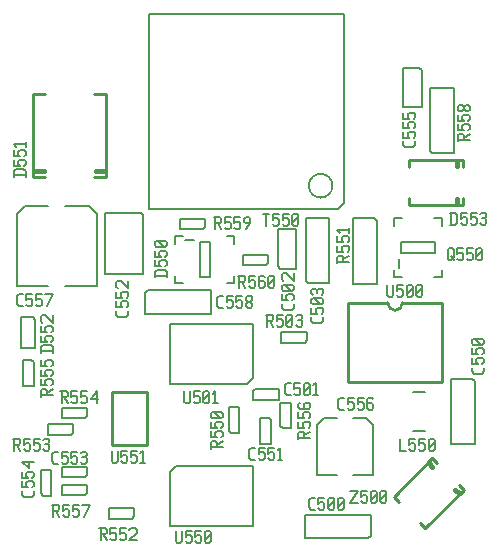
<source format=gto>
G04 start of page 8 for group -4079 idx -4079 *
G04 Title: roomunit-psu, topsilk *
G04 Creator: pcb 1.99z *
G04 CreationDate: tor 11 jun 2015 09:01:47 UTC *
G04 For: jonatan *
G04 Format: Gerber/RS-274X *
G04 PCB-Dimensions (mil): 2401.57 2401.57 *
G04 PCB-Coordinate-Origin: lower left *
%MOIN*%
%FSLAX25Y25*%
%LNTOPSILK*%
%ADD80C,0.0071*%
%ADD79C,0.0100*%
%ADD78C,0.0080*%
%ADD77C,0.0157*%
%ADD76C,0.0098*%
%ADD75C,0.0079*%
G54D75*X140551Y126046D02*X147638D01*
X140551D02*X139764Y126833D01*
Y147792D02*Y126833D01*
Y147792D02*X147638D01*
Y126046D01*
G54D76*X192126Y154331D02*Y151969D01*
G54D77*X190157Y153937D02*Y152362D01*
G54D76*X174016Y151969D02*X192126D01*
Y166929D02*Y164567D01*
G54D77*X190157Y166535D02*Y164961D01*
G54D76*X174016Y166929D02*X192126D01*
X174016Y154331D02*Y151969D01*
Y166929D02*Y164567D01*
G54D75*X171378Y139567D02*Y136024D01*
X182953D01*
Y139567D01*
X171378D01*
X185039Y127953D02*X182480D01*
X185039D02*Y130512D01*
Y147638D02*X182480D01*
X185039D02*Y145079D01*
X169291Y127953D02*X171850D01*
X169291D02*Y130512D01*
Y147638D02*X171850D01*
X169291D02*Y145079D01*
X170768Y134193D02*Y131161D01*
X131102Y130858D02*X136614D01*
X131102D02*X130315Y131646D01*
Y143945D02*Y131646D01*
Y143945D02*X136614D01*
Y130858D01*
X155512Y147576D02*X162598D01*
X163386Y146789D01*
Y125830D01*
X155512D02*X163386D01*
X155512Y147576D02*Y125830D01*
X188189Y94033D02*X195276D01*
X196063Y93246D01*
Y72287D01*
X188189D02*X196063D01*
X188189Y94033D02*Y72287D01*
X181890Y169353D02*X188976D01*
X181890D02*X181102Y170140D01*
Y191099D02*Y170140D01*
Y191099D02*X188976D01*
Y169353D01*
X172047Y197685D02*X177559D01*
X178346Y196898D01*
Y184598D01*
X172047D02*X178346D01*
X172047Y197685D02*Y184598D01*
G54D78*X175591Y76575D02*X179528Y76575D01*
X175591Y89567D02*X179528Y89567D01*
G54D75*X140098Y106890D02*Y109646D01*
Y106890D02*X139311Y106102D01*
X131594D02*X139311D01*
X131594D02*Y109646D01*
X140098D01*
G54D79*X153922Y119464D02*Y93134D01*
X185054D01*
Y119464D01*
X153922D02*X166988D01*
X185054D02*X171988D01*
X166988D02*G75*G03X171988Y119464I2500J0D01*G01*
G54D75*X45472Y100335D02*X48228D01*
X49016Y99547D01*
Y91831D01*
X45472D02*X49016D01*
X45472Y100335D02*Y91831D01*
X44882Y114650D02*X48819D01*
X49606Y113863D01*
Y104450D01*
X44882D02*X49606D01*
X44882Y114650D02*Y104450D01*
G54D76*X48819Y188976D02*Y161417D01*
Y188976D02*X52756D01*
X69291D02*X73228D01*
Y161417D01*
X48819D02*X52756D01*
X69291D02*X73228D01*
G54D77*X69685Y163386D02*X72835D01*
X49213D02*X52362D01*
G54D75*X66831Y84449D02*Y81693D01*
X66043Y80906D01*
X58327D02*X66043D01*
X58327Y84449D02*Y80906D01*
Y84449D02*X66831D01*
X70079Y124902D02*X59449D01*
X70079D02*Y148917D01*
X67323Y151673D01*
X59449D01*
X43307Y124902D02*X53937D01*
X43307D02*Y148917D01*
X46063Y151673D01*
X53937D01*
X66870Y64764D02*Y62008D01*
X66083Y61220D01*
X58366D02*X66083D01*
X58366Y64764D02*Y61220D01*
Y64764D02*X66870D01*
Y58858D02*Y56102D01*
X66083Y55315D01*
X58366D02*X66083D01*
X58366Y58858D02*Y55315D01*
Y58858D02*X66870D01*
X62146Y78937D02*Y76181D01*
X61358Y75394D01*
X53642D02*X61358D01*
X53642Y78937D02*Y75394D01*
Y78937D02*X62146D01*
X52165Y55177D02*X54921D01*
X52165D02*X51378Y55965D01*
Y63681D02*Y55965D01*
Y63681D02*X54921D01*
Y55177D01*
X104331Y139646D02*X107874D01*
X104331D02*Y128071D01*
X107874D01*
Y139646D02*Y128071D01*
X96260Y128543D02*Y125984D01*
X98819D01*
X115945Y128543D02*Y125984D01*
X113386D02*X115945D01*
X96260Y141732D02*Y139173D01*
Y141732D02*X98819D01*
X115945D02*Y139173D01*
X113386Y141732D02*X115945D01*
X99469Y140256D02*X102500D01*
X120079Y92323D02*X122047Y94291D01*
Y112402D02*Y94291D01*
X94488Y112402D02*Y92323D01*
Y112402D02*X122047D01*
X94488Y92323D02*X120079D01*
X114764Y76043D02*X117520D01*
X114764D02*X113976Y76831D01*
Y84547D02*Y76831D01*
Y84547D02*X117520D01*
Y76043D01*
X122146Y89961D02*Y87205D01*
Y89961D02*X122933Y90748D01*
X130650D01*
Y87205D01*
X122146D01*
X162205Y62205D02*X155512D01*
X162205D02*Y78740D01*
X159843Y81102D01*
X155512D01*
X143307Y62205D02*X150000D01*
X143307D02*Y78740D01*
X145669Y81102D01*
X150000D01*
X132087Y77618D02*X134843D01*
X132087D02*X131299Y78406D01*
Y86122D02*Y78406D01*
Y86122D02*X134843D01*
Y77618D01*
X124606Y81043D02*X127362D01*
X128150Y80256D01*
Y72539D01*
X124606D02*X128150D01*
X124606Y81043D02*Y72539D01*
X82618Y50984D02*Y48228D01*
X81831Y47441D01*
X74114D02*X81831D01*
X74114Y50984D02*Y47441D01*
Y50984D02*X82618D01*
X96457Y65157D02*X94488Y63189D01*
Y45079D01*
X122047Y65157D02*Y45079D01*
X94488D02*X122047D01*
X96457Y65157D02*X122047D01*
G54D76*X190731Y58689D02*X192401Y57019D01*
G54D77*X189617D02*X190731Y55906D01*
G54D76*X192401Y57019D02*X179595Y44213D01*
X181822Y67598D02*X183493Y65928D01*
G54D77*X180709D02*X181822Y64814D01*
G54D76*Y67598D02*X169017Y54792D01*
X177925Y45884D02*X179595Y44213D01*
X169017Y54792D02*X170687Y53122D01*
G54D75*X161356Y48819D02*Y41732D01*
X160569Y40945D01*
X139609D02*X160569D01*
X139609Y48819D02*Y40945D01*
Y48819D02*X161356D01*
G54D79*X86806Y89606D02*Y72206D01*
X75006D02*X86806D01*
X75006Y89606D02*Y72206D01*
Y89606D02*X86806D01*
G54D75*X86282Y122835D02*Y115748D01*
Y122835D02*X87069Y123622D01*
X108028D01*
Y115748D01*
X86282D01*
X106240Y147441D02*Y144685D01*
X105453Y143898D01*
X97736D02*X105453D01*
X97736Y147441D02*Y143898D01*
Y147441D02*X106240D01*
X150591Y150591D02*X152559Y152559D01*
Y215551D02*Y152559D01*
X87598Y215551D02*Y150591D01*
Y215551D02*X152559D01*
X87598Y150591D02*X150591D01*
X148622Y158465D02*G75*G03X148622Y158465I-3937J0D01*G01*
X127303Y135433D02*Y132677D01*
X126516Y131890D01*
X118799D02*X126516D01*
X118799Y135433D02*Y131890D01*
Y135433D02*X127303D01*
X72835Y149419D02*X84646D01*
X85433Y148632D01*
Y128976D01*
X72835D02*X85433D01*
X72835Y149419D02*Y128976D01*
G54D80*X145551Y114598D02*Y113298D01*
X144851Y112598D02*X145551Y113298D01*
X142251Y112598D02*X144851D01*
X142251D02*X141551Y113298D01*
Y114598D02*Y113298D01*
Y117798D02*Y115798D01*
X143551D01*
X143051Y116298D01*
Y117298D02*Y116298D01*
Y117298D02*X143551Y117798D01*
X145051D01*
X145551Y117298D02*X145051Y117798D01*
X145551Y117298D02*Y116298D01*
X145051Y115798D02*X145551Y116298D01*
X145051Y118998D02*X145551Y119498D01*
X142051Y118998D02*X145051D01*
X142051D02*X141551Y119498D01*
Y120498D02*Y119498D01*
Y120498D02*X142051Y120998D01*
X145051D01*
X145551Y120498D02*X145051Y120998D01*
X145551Y120498D02*Y119498D01*
X144551Y118998D02*X142551Y120998D01*
X142051Y122198D02*X141551Y122698D01*
Y123698D02*Y122698D01*
Y123698D02*X142051Y124198D01*
X145551Y123698D02*X145051Y124198D01*
X145551Y123698D02*Y122698D01*
X145051Y122198D02*X145551Y122698D01*
X143351Y123698D02*Y122698D01*
X142051Y124198D02*X142851D01*
X143851D02*X145051D01*
X143851D02*X143351Y123698D01*
X142851Y124198D02*X143351Y123698D01*
X150213Y134677D02*Y132677D01*
Y134677D02*X150713Y135177D01*
X151713D01*
X152213Y134677D02*X151713Y135177D01*
X152213Y134677D02*Y133177D01*
X150213D02*X154213D01*
X152213Y133977D02*X154213Y135177D01*
X150213Y138377D02*Y136377D01*
X152213D01*
X151713Y136877D01*
Y137877D02*Y136877D01*
Y137877D02*X152213Y138377D01*
X153713D01*
X154213Y137877D02*X153713Y138377D01*
X154213Y137877D02*Y136877D01*
X153713Y136377D02*X154213Y136877D01*
X150213Y141577D02*Y139577D01*
X152213D01*
X151713Y140077D01*
Y141077D02*Y140077D01*
Y141077D02*X152213Y141577D01*
X153713D01*
X154213Y141077D02*X153713Y141577D01*
X154213Y141077D02*Y140077D01*
X153713Y139577D02*X154213Y140077D01*
X151013Y142777D02*X150213Y143577D01*
X154213D01*
Y144277D02*Y142777D01*
X190370Y175228D02*Y173228D01*
Y175228D02*X190870Y175728D01*
X191870D01*
X192370Y175228D02*X191870Y175728D01*
X192370Y175228D02*Y173728D01*
X190370D02*X194370D01*
X192370Y174528D02*X194370Y175728D01*
X190370Y178928D02*Y176928D01*
X192370D01*
X191870Y177428D01*
Y178428D02*Y177428D01*
Y178428D02*X192370Y178928D01*
X193870D01*
X194370Y178428D02*X193870Y178928D01*
X194370Y178428D02*Y177428D01*
X193870Y176928D02*X194370Y177428D01*
X190370Y182128D02*Y180128D01*
X192370D01*
X191870Y180628D01*
Y181628D02*Y180628D01*
Y181628D02*X192370Y182128D01*
X193870D01*
X194370Y181628D02*X193870Y182128D01*
X194370Y181628D02*Y180628D01*
X193870Y180128D02*X194370Y180628D01*
X193870Y183328D02*X194370Y183828D01*
X193070Y183328D02*X193870D01*
X193070D02*X192370Y184028D01*
Y184628D02*Y184028D01*
Y184628D02*X193070Y185328D01*
X193870D01*
X194370Y184828D02*X193870Y185328D01*
X194370Y184828D02*Y183828D01*
X191670Y183328D02*X192370Y184028D01*
X190870Y183328D02*X191670D01*
X190870D02*X190370Y183828D01*
Y184828D02*Y183828D01*
Y184828D02*X190870Y185328D01*
X191670D01*
X192370Y184628D02*X191670Y185328D01*
X176260Y173260D02*Y171960D01*
X175560Y171260D02*X176260Y171960D01*
X172960Y171260D02*X175560D01*
X172960D02*X172260Y171960D01*
Y173260D02*Y171960D01*
Y176460D02*Y174460D01*
X174260D01*
X173760Y174960D01*
Y175960D02*Y174960D01*
Y175960D02*X174260Y176460D01*
X175760D01*
X176260Y175960D02*X175760Y176460D01*
X176260Y175960D02*Y174960D01*
X175760Y174460D02*X176260Y174960D01*
X172260Y179660D02*Y177660D01*
X174260D01*
X173760Y178160D01*
Y179160D02*Y178160D01*
Y179160D02*X174260Y179660D01*
X175760D01*
X176260Y179160D02*X175760Y179660D01*
X176260Y179160D02*Y178160D01*
X175760Y177660D02*X176260Y178160D01*
X172260Y182860D02*Y180860D01*
X174260D01*
X173760Y181360D01*
Y182360D02*Y181360D01*
Y182360D02*X174260Y182860D01*
X175760D01*
X176260Y182360D02*X175760Y182860D01*
X176260Y182360D02*Y181360D01*
X175760Y180860D02*X176260Y181360D01*
X125591Y149197D02*X127591D01*
X126591D02*Y145197D01*
X128791Y149197D02*X130791D01*
X128791D02*Y147197D01*
X129291Y147697D01*
X130291D01*
X130791Y147197D01*
Y145697D01*
X130291Y145197D02*X130791Y145697D01*
X129291Y145197D02*X130291D01*
X128791Y145697D02*X129291Y145197D01*
X131991Y149197D02*X133991D01*
X131991D02*Y147197D01*
X132491Y147697D01*
X133491D01*
X133991Y147197D01*
Y145697D01*
X133491Y145197D02*X133991Y145697D01*
X132491Y145197D02*X133491D01*
X131991Y145697D02*X132491Y145197D01*
X135191Y145697D02*X135691Y145197D01*
X135191Y148697D02*Y145697D01*
Y148697D02*X135691Y149197D01*
X136691D01*
X137191Y148697D01*
Y145697D01*
X136691Y145197D02*X137191Y145697D01*
X135691Y145197D02*X136691D01*
X135191Y146197D02*X137191Y148197D01*
X117126Y128528D02*X119126D01*
X119626Y128028D01*
Y127028D01*
X119126Y126528D02*X119626Y127028D01*
X117626Y126528D02*X119126D01*
X117626Y128528D02*Y124528D01*
X118426Y126528D02*X119626Y124528D01*
X120826Y128528D02*X122826D01*
X120826D02*Y126528D01*
X121326Y127028D01*
X122326D01*
X122826Y126528D01*
Y125028D01*
X122326Y124528D02*X122826Y125028D01*
X121326Y124528D02*X122326D01*
X120826Y125028D02*X121326Y124528D01*
X125526Y128528D02*X126026Y128028D01*
X124526Y128528D02*X125526D01*
X124026Y128028D02*X124526Y128528D01*
X124026Y128028D02*Y125028D01*
X124526Y124528D01*
X125526Y126728D02*X126026Y126228D01*
X124026Y126728D02*X125526D01*
X124526Y124528D02*X125526D01*
X126026Y125028D01*
Y126228D02*Y125028D01*
X127226D02*X127726Y124528D01*
X127226Y128028D02*Y125028D01*
Y128028D02*X127726Y128528D01*
X128726D01*
X129226Y128028D01*
Y125028D01*
X128726Y124528D02*X129226Y125028D01*
X127726Y124528D02*X128726D01*
X127226Y125528D02*X129226Y127528D01*
X135709Y119126D02*Y117826D01*
X135009Y117126D02*X135709Y117826D01*
X132409Y117126D02*X135009D01*
X132409D02*X131709Y117826D01*
Y119126D02*Y117826D01*
Y122326D02*Y120326D01*
X133709D01*
X133209Y120826D01*
Y121826D02*Y120826D01*
Y121826D02*X133709Y122326D01*
X135209D01*
X135709Y121826D02*X135209Y122326D01*
X135709Y121826D02*Y120826D01*
X135209Y120326D02*X135709Y120826D01*
X135209Y123526D02*X135709Y124026D01*
X132209Y123526D02*X135209D01*
X132209D02*X131709Y124026D01*
Y125026D02*Y124026D01*
Y125026D02*X132209Y125526D01*
X135209D01*
X135709Y125026D02*X135209Y125526D01*
X135709Y125026D02*Y124026D01*
X134709Y123526D02*X132709Y125526D01*
X132209Y126726D02*X131709Y127226D01*
Y128726D02*Y127226D01*
Y128726D02*X132209Y129226D01*
X133209D01*
X135709Y126726D02*X133209Y129226D01*
X135709D02*Y126726D01*
X126378Y115535D02*X128378D01*
X128878Y115035D01*
Y114035D01*
X128378Y113535D02*X128878Y114035D01*
X126878Y113535D02*X128378D01*
X126878Y115535D02*Y111535D01*
X127678Y113535D02*X128878Y111535D01*
X130078Y115535D02*X132078D01*
X130078D02*Y113535D01*
X130578Y114035D01*
X131578D01*
X132078Y113535D01*
Y112035D01*
X131578Y111535D02*X132078Y112035D01*
X130578Y111535D02*X131578D01*
X130078Y112035D02*X130578Y111535D01*
X133278Y112035D02*X133778Y111535D01*
X133278Y115035D02*Y112035D01*
Y115035D02*X133778Y115535D01*
X134778D01*
X135278Y115035D01*
Y112035D01*
X134778Y111535D02*X135278Y112035D01*
X133778Y111535D02*X134778D01*
X133278Y112535D02*X135278Y114535D01*
X136478Y115035D02*X136978Y115535D01*
X137978D01*
X138478Y115035D01*
X137978Y111535D02*X138478Y112035D01*
X136978Y111535D02*X137978D01*
X136478Y112035D02*X136978Y111535D01*
Y113735D02*X137978D01*
X138478Y115035D02*Y114235D01*
Y113235D02*Y112035D01*
Y113235D02*X137978Y113735D01*
X138478Y114235D02*X137978Y113735D01*
X166929Y125378D02*Y121878D01*
X167429Y121378D01*
X168429D01*
X168929Y121878D01*
Y125378D02*Y121878D01*
X170129Y125378D02*X172129D01*
X170129D02*Y123378D01*
X170629Y123878D01*
X171629D01*
X172129Y123378D01*
Y121878D01*
X171629Y121378D02*X172129Y121878D01*
X170629Y121378D02*X171629D01*
X170129Y121878D02*X170629Y121378D01*
X173329Y121878D02*X173829Y121378D01*
X173329Y124878D02*Y121878D01*
Y124878D02*X173829Y125378D01*
X174829D01*
X175329Y124878D01*
Y121878D01*
X174829Y121378D02*X175329Y121878D01*
X173829Y121378D02*X174829D01*
X173329Y122378D02*X175329Y124378D01*
X176529Y121878D02*X177029Y121378D01*
X176529Y124878D02*Y121878D01*
Y124878D02*X177029Y125378D01*
X178029D01*
X178529Y124878D01*
Y121878D01*
X178029Y121378D02*X178529Y121878D01*
X177029Y121378D02*X178029D01*
X176529Y122378D02*X178529Y124378D01*
X99213Y89945D02*Y86445D01*
X99713Y85945D01*
X100713D01*
X101213Y86445D01*
Y89945D02*Y86445D01*
X102413Y89945D02*X104413D01*
X102413D02*Y87945D01*
X102913Y88445D01*
X103913D01*
X104413Y87945D01*
Y86445D01*
X103913Y85945D02*X104413Y86445D01*
X102913Y85945D02*X103913D01*
X102413Y86445D02*X102913Y85945D01*
X105613Y86445D02*X106113Y85945D01*
X105613Y89445D02*Y86445D01*
Y89445D02*X106113Y89945D01*
X107113D01*
X107613Y89445D01*
Y86445D01*
X107113Y85945D02*X107613Y86445D01*
X106113Y85945D02*X107113D01*
X105613Y86945D02*X107613Y88945D01*
X108813Y89145D02*X109613Y89945D01*
Y85945D01*
X108813D02*X110313D01*
X151291Y83780D02*X152591D01*
X150591Y84480D02*X151291Y83780D01*
X150591Y87080D02*Y84480D01*
Y87080D02*X151291Y87780D01*
X152591D01*
X153791D02*X155791D01*
X153791D02*Y85780D01*
X154291Y86280D01*
X155291D01*
X155791Y85780D01*
Y84280D01*
X155291Y83780D02*X155791Y84280D01*
X154291Y83780D02*X155291D01*
X153791Y84280D02*X154291Y83780D01*
X156991Y87780D02*X158991D01*
X156991D02*Y85780D01*
X157491Y86280D01*
X158491D01*
X158991Y85780D01*
Y84280D01*
X158491Y83780D02*X158991Y84280D01*
X157491Y83780D02*X158491D01*
X156991Y84280D02*X157491Y83780D01*
X161691Y87780D02*X162191Y87280D01*
X160691Y87780D02*X161691D01*
X160191Y87280D02*X160691Y87780D01*
X160191Y87280D02*Y84280D01*
X160691Y83780D01*
X161691Y85980D02*X162191Y85480D01*
X160191Y85980D02*X161691D01*
X160691Y83780D02*X161691D01*
X162191Y84280D01*
Y85480D02*Y84280D01*
X137220Y76016D02*Y74016D01*
Y76016D02*X137720Y76516D01*
X138720D01*
X139220Y76016D02*X138720Y76516D01*
X139220Y76016D02*Y74516D01*
X137220D02*X141220D01*
X139220Y75316D02*X141220Y76516D01*
X137220Y79716D02*Y77716D01*
X139220D01*
X138720Y78216D01*
Y79216D02*Y78216D01*
Y79216D02*X139220Y79716D01*
X140720D01*
X141220Y79216D02*X140720Y79716D01*
X141220Y79216D02*Y78216D01*
X140720Y77716D02*X141220Y78216D01*
X137220Y82916D02*Y80916D01*
X139220D01*
X138720Y81416D01*
Y82416D02*Y81416D01*
Y82416D02*X139220Y82916D01*
X140720D01*
X141220Y82416D02*X140720Y82916D01*
X141220Y82416D02*Y81416D01*
X140720Y80916D02*X141220Y81416D01*
X137220Y85616D02*X137720Y86116D01*
X137220Y85616D02*Y84616D01*
X137720Y84116D02*X137220Y84616D01*
X137720Y84116D02*X140720D01*
X141220Y84616D01*
X139020Y85616D02*X139520Y86116D01*
X139020Y85616D02*Y84116D01*
X141220Y85616D02*Y84616D01*
Y85616D02*X140720Y86116D01*
X139520D02*X140720D01*
X121566Y67047D02*X122866D01*
X120866Y67747D02*X121566Y67047D01*
X120866Y70347D02*Y67747D01*
Y70347D02*X121566Y71047D01*
X122866D01*
X124066D02*X126066D01*
X124066D02*Y69047D01*
X124566Y69547D01*
X125566D01*
X126066Y69047D01*
Y67547D01*
X125566Y67047D02*X126066Y67547D01*
X124566Y67047D02*X125566D01*
X124066Y67547D02*X124566Y67047D01*
X127266Y71047D02*X129266D01*
X127266D02*Y69047D01*
X127766Y69547D01*
X128766D01*
X129266Y69047D01*
Y67547D01*
X128766Y67047D02*X129266Y67547D01*
X127766Y67047D02*X128766D01*
X127266Y67547D02*X127766Y67047D01*
X130466Y70247D02*X131266Y71047D01*
Y67047D01*
X130466D02*X131966D01*
X108087Y72866D02*Y70866D01*
Y72866D02*X108587Y73366D01*
X109587D01*
X110087Y72866D02*X109587Y73366D01*
X110087Y72866D02*Y71366D01*
X108087D02*X112087D01*
X110087Y72166D02*X112087Y73366D01*
X108087Y76566D02*Y74566D01*
X110087D01*
X109587Y75066D01*
Y76066D02*Y75066D01*
Y76066D02*X110087Y76566D01*
X111587D01*
X112087Y76066D02*X111587Y76566D01*
X112087Y76066D02*Y75066D01*
X111587Y74566D02*X112087Y75066D01*
X108087Y79766D02*Y77766D01*
X110087D01*
X109587Y78266D01*
Y79266D02*Y78266D01*
Y79266D02*X110087Y79766D01*
X111587D01*
X112087Y79266D02*X111587Y79766D01*
X112087Y79266D02*Y78266D01*
X111587Y77766D02*X112087Y78266D01*
X111587Y80966D02*X112087Y81466D01*
X108587Y80966D02*X111587D01*
X108587D02*X108087Y81466D01*
Y82466D02*Y81466D01*
Y82466D02*X108587Y82966D01*
X111587D01*
X112087Y82466D02*X111587Y82966D01*
X112087Y82466D02*Y81466D01*
X111087Y80966D02*X109087Y82966D01*
X133377Y88701D02*X134677D01*
X132677Y89401D02*X133377Y88701D01*
X132677Y92001D02*Y89401D01*
Y92001D02*X133377Y92701D01*
X134677D01*
X135877D02*X137877D01*
X135877D02*Y90701D01*
X136377Y91201D01*
X137377D01*
X137877Y90701D01*
Y89201D01*
X137377Y88701D02*X137877Y89201D01*
X136377Y88701D02*X137377D01*
X135877Y89201D02*X136377Y88701D01*
X139077Y89201D02*X139577Y88701D01*
X139077Y92201D02*Y89201D01*
Y92201D02*X139577Y92701D01*
X140577D01*
X141077Y92201D01*
Y89201D01*
X140577Y88701D02*X141077Y89201D01*
X139577Y88701D02*X140577D01*
X139077Y89701D02*X141077Y91701D01*
X142277Y91901D02*X143077Y92701D01*
Y88701D01*
X142277D02*X143777D01*
X96457Y43488D02*Y39988D01*
X96957Y39488D01*
X97957D01*
X98457Y39988D01*
Y43488D02*Y39988D01*
X99657Y43488D02*X101657D01*
X99657D02*Y41488D01*
X100157Y41988D01*
X101157D01*
X101657Y41488D01*
Y39988D01*
X101157Y39488D02*X101657Y39988D01*
X100157Y39488D02*X101157D01*
X99657Y39988D02*X100157Y39488D01*
X102857Y43488D02*X104857D01*
X102857D02*Y41488D01*
X103357Y41988D01*
X104357D01*
X104857Y41488D01*
Y39988D01*
X104357Y39488D02*X104857Y39988D01*
X103357Y39488D02*X104357D01*
X102857Y39988D02*X103357Y39488D01*
X106057Y39988D02*X106557Y39488D01*
X106057Y42988D02*Y39988D01*
Y42988D02*X106557Y43488D01*
X107557D01*
X108057Y42988D01*
Y39988D01*
X107557Y39488D02*X108057Y39988D01*
X106557Y39488D02*X107557D01*
X106057Y40488D02*X108057Y42488D01*
X154528Y56874D02*X157028D01*
X154528Y52874D02*X157028Y56874D01*
X154528Y52874D02*X157028D01*
X158228Y56874D02*X160228D01*
X158228D02*Y54874D01*
X158728Y55374D01*
X159728D01*
X160228Y54874D01*
Y53374D01*
X159728Y52874D02*X160228Y53374D01*
X158728Y52874D02*X159728D01*
X158228Y53374D02*X158728Y52874D01*
X161428Y53374D02*X161928Y52874D01*
X161428Y56374D02*Y53374D01*
Y56374D02*X161928Y56874D01*
X162928D01*
X163428Y56374D01*
Y53374D01*
X162928Y52874D02*X163428Y53374D01*
X161928Y52874D02*X162928D01*
X161428Y53874D02*X163428Y55874D01*
X164628Y53374D02*X165128Y52874D01*
X164628Y56374D02*Y53374D01*
Y56374D02*X165128Y56874D01*
X166128D01*
X166628Y56374D01*
Y53374D01*
X166128Y52874D02*X166628Y53374D01*
X165128Y52874D02*X166128D01*
X164628Y53874D02*X166628Y55874D01*
X141448Y50512D02*X142748D01*
X140748Y51212D02*X141448Y50512D01*
X140748Y53812D02*Y51212D01*
Y53812D02*X141448Y54512D01*
X142748D01*
X143948D02*X145948D01*
X143948D02*Y52512D01*
X144448Y53012D01*
X145448D01*
X145948Y52512D01*
Y51012D01*
X145448Y50512D02*X145948Y51012D01*
X144448Y50512D02*X145448D01*
X143948Y51012D02*X144448Y50512D01*
X147148Y51012D02*X147648Y50512D01*
X147148Y54012D02*Y51012D01*
Y54012D02*X147648Y54512D01*
X148648D01*
X149148Y54012D01*
Y51012D01*
X148648Y50512D02*X149148Y51012D01*
X147648Y50512D02*X148648D01*
X147148Y51512D02*X149148Y53512D01*
X150348Y51012D02*X150848Y50512D01*
X150348Y54012D02*Y51012D01*
Y54012D02*X150848Y54512D01*
X151848D01*
X152348Y54012D01*
Y51012D01*
X151848Y50512D02*X152348Y51012D01*
X150848Y50512D02*X151848D01*
X150348Y51512D02*X152348Y53512D01*
X109055Y148016D02*X111055D01*
X111555Y147516D01*
Y146516D01*
X111055Y146016D02*X111555Y146516D01*
X109555Y146016D02*X111055D01*
X109555Y148016D02*Y144016D01*
X110355Y146016D02*X111555Y144016D01*
X112755Y148016D02*X114755D01*
X112755D02*Y146016D01*
X113255Y146516D01*
X114255D01*
X114755Y146016D01*
Y144516D01*
X114255Y144016D02*X114755Y144516D01*
X113255Y144016D02*X114255D01*
X112755Y144516D02*X113255Y144016D01*
X115955Y148016D02*X117955D01*
X115955D02*Y146016D01*
X116455Y146516D01*
X117455D01*
X117955Y146016D01*
Y144516D01*
X117455Y144016D02*X117955Y144516D01*
X116455Y144016D02*X117455D01*
X115955Y144516D02*X116455Y144016D01*
X119655D02*X121155Y146016D01*
Y147516D02*Y146016D01*
X120655Y148016D02*X121155Y147516D01*
X119655Y148016D02*X120655D01*
X119155Y147516D02*X119655Y148016D01*
X119155Y147516D02*Y146516D01*
X119655Y146016D01*
X121155D01*
X89386Y128453D02*X93386D01*
X89386Y129753D02*X90086Y130453D01*
X92686D01*
X93386Y129753D02*X92686Y130453D01*
X93386Y129753D02*Y127953D01*
X89386Y129753D02*Y127953D01*
Y133653D02*Y131653D01*
X91386D01*
X90886Y132153D01*
Y133153D02*Y132153D01*
Y133153D02*X91386Y133653D01*
X92886D01*
X93386Y133153D02*X92886Y133653D01*
X93386Y133153D02*Y132153D01*
X92886Y131653D02*X93386Y132153D01*
X89386Y136853D02*Y134853D01*
X91386D01*
X90886Y135353D01*
Y136353D02*Y135353D01*
Y136353D02*X91386Y136853D01*
X92886D01*
X93386Y136353D02*X92886Y136853D01*
X93386Y136353D02*Y135353D01*
X92886Y134853D02*X93386Y135353D01*
X92886Y138053D02*X93386Y138553D01*
X89886Y138053D02*X92886D01*
X89886D02*X89386Y138553D01*
Y139553D02*Y138553D01*
Y139553D02*X89886Y140053D01*
X92886D01*
X93386Y139553D02*X92886Y140053D01*
X93386Y139553D02*Y138553D01*
X92386Y138053D02*X90386Y140053D01*
X42339Y161917D02*X46339D01*
X42339Y163217D02*X43039Y163917D01*
X45639D01*
X46339Y163217D02*X45639Y163917D01*
X46339Y163217D02*Y161417D01*
X42339Y163217D02*Y161417D01*
Y167117D02*Y165117D01*
X44339D01*
X43839Y165617D01*
Y166617D02*Y165617D01*
Y166617D02*X44339Y167117D01*
X45839D01*
X46339Y166617D02*X45839Y167117D01*
X46339Y166617D02*Y165617D01*
X45839Y165117D02*X46339Y165617D01*
X42339Y170317D02*Y168317D01*
X44339D01*
X43839Y168817D01*
Y169817D02*Y168817D01*
Y169817D02*X44339Y170317D01*
X45839D01*
X46339Y169817D02*X45839Y170317D01*
X46339Y169817D02*Y168817D01*
X45839Y168317D02*X46339Y168817D01*
X43139Y171517D02*X42339Y172317D01*
X46339D01*
Y173017D02*Y171517D01*
X70866Y44276D02*X72866D01*
X73366Y43776D01*
Y42776D01*
X72866Y42276D02*X73366Y42776D01*
X71366Y42276D02*X72866D01*
X71366Y44276D02*Y40276D01*
X72166Y42276D02*X73366Y40276D01*
X74566Y44276D02*X76566D01*
X74566D02*Y42276D01*
X75066Y42776D01*
X76066D01*
X76566Y42276D01*
Y40776D01*
X76066Y40276D02*X76566Y40776D01*
X75066Y40276D02*X76066D01*
X74566Y40776D02*X75066Y40276D01*
X77766Y44276D02*X79766D01*
X77766D02*Y42276D01*
X78266Y42776D01*
X79266D01*
X79766Y42276D01*
Y40776D01*
X79266Y40276D02*X79766Y40776D01*
X78266Y40276D02*X79266D01*
X77766Y40776D02*X78266Y40276D01*
X80966Y43776D02*X81466Y44276D01*
X82966D01*
X83466Y43776D01*
Y42776D01*
X80966Y40276D02*X83466Y42776D01*
X80966Y40276D02*X83466D01*
X55118Y52150D02*X57118D01*
X57618Y51650D01*
Y50650D01*
X57118Y50150D02*X57618Y50650D01*
X55618Y50150D02*X57118D01*
X55618Y52150D02*Y48150D01*
X56418Y50150D02*X57618Y48150D01*
X58818Y52150D02*X60818D01*
X58818D02*Y50150D01*
X59318Y50650D01*
X60318D01*
X60818Y50150D01*
Y48650D01*
X60318Y48150D02*X60818Y48650D01*
X59318Y48150D02*X60318D01*
X58818Y48650D02*X59318Y48150D01*
X62018Y52150D02*X64018D01*
X62018D02*Y50150D01*
X62518Y50650D01*
X63518D01*
X64018Y50150D01*
Y48650D01*
X63518Y48150D02*X64018Y48650D01*
X62518Y48150D02*X63518D01*
X62018Y48650D02*X62518Y48150D01*
X65718D02*X67718Y52150D01*
X65218D02*X67718D01*
X55818Y65866D02*X57118D01*
X55118Y66566D02*X55818Y65866D01*
X55118Y69166D02*Y66566D01*
Y69166D02*X55818Y69866D01*
X57118D01*
X58318D02*X60318D01*
X58318D02*Y67866D01*
X58818Y68366D01*
X59818D01*
X60318Y67866D01*
Y66366D01*
X59818Y65866D02*X60318Y66366D01*
X58818Y65866D02*X59818D01*
X58318Y66366D02*X58818Y65866D01*
X61518Y69866D02*X63518D01*
X61518D02*Y67866D01*
X62018Y68366D01*
X63018D01*
X63518Y67866D01*
Y66366D01*
X63018Y65866D02*X63518Y66366D01*
X62018Y65866D02*X63018D01*
X61518Y66366D02*X62018Y65866D01*
X64718Y69366D02*X65218Y69866D01*
X66218D01*
X66718Y69366D01*
X66218Y65866D02*X66718Y66366D01*
X65218Y65866D02*X66218D01*
X64718Y66366D02*X65218Y65866D01*
Y68066D02*X66218D01*
X66718Y69366D02*Y68566D01*
Y67566D02*Y66366D01*
Y67566D02*X66218Y68066D01*
X66718Y68566D02*X66218Y68066D01*
X42126Y74197D02*X44126D01*
X44626Y73697D01*
Y72697D01*
X44126Y72197D02*X44626Y72697D01*
X42626Y72197D02*X44126D01*
X42626Y74197D02*Y70197D01*
X43426Y72197D02*X44626Y70197D01*
X45826Y74197D02*X47826D01*
X45826D02*Y72197D01*
X46326Y72697D01*
X47326D01*
X47826Y72197D01*
Y70697D01*
X47326Y70197D02*X47826Y70697D01*
X46326Y70197D02*X47326D01*
X45826Y70697D02*X46326Y70197D01*
X49026Y74197D02*X51026D01*
X49026D02*Y72197D01*
X49526Y72697D01*
X50526D01*
X51026Y72197D01*
Y70697D01*
X50526Y70197D02*X51026Y70697D01*
X49526Y70197D02*X50526D01*
X49026Y70697D02*X49526Y70197D01*
X52226Y73697D02*X52726Y74197D01*
X53726D01*
X54226Y73697D01*
X53726Y70197D02*X54226Y70697D01*
X52726Y70197D02*X53726D01*
X52226Y70697D02*X52726Y70197D01*
Y72397D02*X53726D01*
X54226Y73697D02*Y72897D01*
Y71897D02*Y70697D01*
Y71897D02*X53726Y72397D01*
X54226Y72897D02*X53726Y72397D01*
X49094Y56724D02*Y55424D01*
X48394Y54724D02*X49094Y55424D01*
X45794Y54724D02*X48394D01*
X45794D02*X45094Y55424D01*
Y56724D02*Y55424D01*
Y59924D02*Y57924D01*
X47094D01*
X46594Y58424D01*
Y59424D02*Y58424D01*
Y59424D02*X47094Y59924D01*
X48594D01*
X49094Y59424D02*X48594Y59924D01*
X49094Y59424D02*Y58424D01*
X48594Y57924D02*X49094Y58424D01*
X45094Y63124D02*Y61124D01*
X47094D01*
X46594Y61624D01*
Y62624D02*Y61624D01*
Y62624D02*X47094Y63124D01*
X48594D01*
X49094Y62624D02*X48594Y63124D01*
X49094Y62624D02*Y61624D01*
X48594Y61124D02*X49094Y61624D01*
X47594Y64324D02*X45094Y66324D01*
X47594Y66824D02*Y64324D01*
X45094Y66324D02*X49094D01*
X75000Y70063D02*Y66563D01*
X75500Y66063D01*
X76500D01*
X77000Y66563D01*
Y70063D02*Y66563D01*
X78200Y70063D02*X80200D01*
X78200D02*Y68063D01*
X78700Y68563D01*
X79700D01*
X80200Y68063D01*
Y66563D01*
X79700Y66063D02*X80200Y66563D01*
X78700Y66063D02*X79700D01*
X78200Y66563D02*X78700Y66063D01*
X81400Y70063D02*X83400D01*
X81400D02*Y68063D01*
X81900Y68563D01*
X82900D01*
X83400Y68063D01*
Y66563D01*
X82900Y66063D02*X83400Y66563D01*
X81900Y66063D02*X82900D01*
X81400Y66563D02*X81900Y66063D01*
X84600Y69263D02*X85400Y70063D01*
Y66063D01*
X84600D02*X86100D01*
X51394Y90189D02*Y88189D01*
Y90189D02*X51894Y90689D01*
X52894D01*
X53394Y90189D02*X52894Y90689D01*
X53394Y90189D02*Y88689D01*
X51394D02*X55394D01*
X53394Y89489D02*X55394Y90689D01*
X51394Y93889D02*Y91889D01*
X53394D01*
X52894Y92389D01*
Y93389D02*Y92389D01*
Y93389D02*X53394Y93889D01*
X54894D01*
X55394Y93389D02*X54894Y93889D01*
X55394Y93389D02*Y92389D01*
X54894Y91889D02*X55394Y92389D01*
X51394Y97089D02*Y95089D01*
X53394D01*
X52894Y95589D01*
Y96589D02*Y95589D01*
Y96589D02*X53394Y97089D01*
X54894D01*
X55394Y96589D02*X54894Y97089D01*
X55394Y96589D02*Y95589D01*
X54894Y95089D02*X55394Y95589D01*
X51394Y100289D02*Y98289D01*
X53394D01*
X52894Y98789D01*
Y99789D02*Y98789D01*
Y99789D02*X53394Y100289D01*
X54894D01*
X55394Y99789D02*X54894Y100289D01*
X55394Y99789D02*Y98789D01*
X54894Y98289D02*X55394Y98789D01*
X51394Y103256D02*X55394D01*
X51394Y104556D02*X52094Y105256D01*
X54694D01*
X55394Y104556D02*X54694Y105256D01*
X55394Y104556D02*Y102756D01*
X51394Y104556D02*Y102756D01*
Y108456D02*Y106456D01*
X53394D01*
X52894Y106956D01*
Y107956D02*Y106956D01*
Y107956D02*X53394Y108456D01*
X54894D01*
X55394Y107956D02*X54894Y108456D01*
X55394Y107956D02*Y106956D01*
X54894Y106456D02*X55394Y106956D01*
X51394Y111656D02*Y109656D01*
X53394D01*
X52894Y110156D01*
Y111156D02*Y110156D01*
Y111156D02*X53394Y111656D01*
X54894D01*
X55394Y111156D02*X54894Y111656D01*
X55394Y111156D02*Y110156D01*
X54894Y109656D02*X55394Y110156D01*
X51894Y112856D02*X51394Y113356D01*
Y114856D02*Y113356D01*
Y114856D02*X51894Y115356D01*
X52894D01*
X55394Y112856D02*X52894Y115356D01*
X55394D02*Y112856D01*
X57874Y89945D02*X59874D01*
X60374Y89445D01*
Y88445D01*
X59874Y87945D02*X60374Y88445D01*
X58374Y87945D02*X59874D01*
X58374Y89945D02*Y85945D01*
X59174Y87945D02*X60374Y85945D01*
X61574Y89945D02*X63574D01*
X61574D02*Y87945D01*
X62074Y88445D01*
X63074D01*
X63574Y87945D01*
Y86445D01*
X63074Y85945D02*X63574Y86445D01*
X62074Y85945D02*X63074D01*
X61574Y86445D02*X62074Y85945D01*
X64774Y89945D02*X66774D01*
X64774D02*Y87945D01*
X65274Y88445D01*
X66274D01*
X66774Y87945D01*
Y86445D01*
X66274Y85945D02*X66774Y86445D01*
X65274Y85945D02*X66274D01*
X64774Y86445D02*X65274Y85945D01*
X67974Y87445D02*X69974Y89945D01*
X67974Y87445D02*X70474D01*
X69974Y89945D02*Y85945D01*
X44007Y118327D02*X45307D01*
X43307Y119027D02*X44007Y118327D01*
X43307Y121627D02*Y119027D01*
Y121627D02*X44007Y122327D01*
X45307D01*
X46507D02*X48507D01*
X46507D02*Y120327D01*
X47007Y120827D01*
X48007D01*
X48507Y120327D01*
Y118827D01*
X48007Y118327D02*X48507Y118827D01*
X47007Y118327D02*X48007D01*
X46507Y118827D02*X47007Y118327D01*
X49707Y122327D02*X51707D01*
X49707D02*Y120327D01*
X50207Y120827D01*
X51207D01*
X51707Y120327D01*
Y118827D01*
X51207Y118327D02*X51707Y118827D01*
X50207Y118327D02*X51207D01*
X49707Y118827D02*X50207Y118327D01*
X53407D02*X55407Y122327D01*
X52907D02*X55407D01*
X80591Y116764D02*Y115464D01*
X79891Y114764D02*X80591Y115464D01*
X77291Y114764D02*X79891D01*
X77291D02*X76591Y115464D01*
Y116764D02*Y115464D01*
Y119964D02*Y117964D01*
X78591D01*
X78091Y118464D01*
Y119464D02*Y118464D01*
Y119464D02*X78591Y119964D01*
X80091D01*
X80591Y119464D02*X80091Y119964D01*
X80591Y119464D02*Y118464D01*
X80091Y117964D02*X80591Y118464D01*
X76591Y123164D02*Y121164D01*
X78591D01*
X78091Y121664D01*
Y122664D02*Y121664D01*
Y122664D02*X78591Y123164D01*
X80091D01*
X80591Y122664D02*X80091Y123164D01*
X80591Y122664D02*Y121664D01*
X80091Y121164D02*X80591Y121664D01*
X77091Y124364D02*X76591Y124864D01*
Y126364D02*Y124864D01*
Y126364D02*X77091Y126864D01*
X78091D01*
X80591Y124364D02*X78091Y126864D01*
X80591D02*Y124364D01*
X110936Y117835D02*X112236D01*
X110236Y118535D02*X110936Y117835D01*
X110236Y121135D02*Y118535D01*
Y121135D02*X110936Y121835D01*
X112236D01*
X113436D02*X115436D01*
X113436D02*Y119835D01*
X113936Y120335D01*
X114936D01*
X115436Y119835D01*
Y118335D01*
X114936Y117835D02*X115436Y118335D01*
X113936Y117835D02*X114936D01*
X113436Y118335D02*X113936Y117835D01*
X116636Y121835D02*X118636D01*
X116636D02*Y119835D01*
X117136Y120335D01*
X118136D01*
X118636Y119835D01*
Y118335D01*
X118136Y117835D02*X118636Y118335D01*
X117136Y117835D02*X118136D01*
X116636Y118335D02*X117136Y117835D01*
X119836Y118335D02*X120336Y117835D01*
X119836Y119135D02*Y118335D01*
Y119135D02*X120536Y119835D01*
X121136D01*
X121836Y119135D01*
Y118335D01*
X121336Y117835D02*X121836Y118335D01*
X120336Y117835D02*X121336D01*
X119836Y120535D02*X120536Y119835D01*
X119836Y121335D02*Y120535D01*
Y121335D02*X120336Y121835D01*
X121336D01*
X121836Y121335D01*
Y120535D01*
X121136Y119835D02*X121836Y120535D01*
X188295Y149394D02*Y145394D01*
X189595Y149394D02*X190295Y148694D01*
Y146094D01*
X189595Y145394D02*X190295Y146094D01*
X187795Y145394D02*X189595D01*
X187795Y149394D02*X189595D01*
X191495D02*X193495D01*
X191495D02*Y147394D01*
X191995Y147894D01*
X192995D01*
X193495Y147394D01*
Y145894D01*
X192995Y145394D02*X193495Y145894D01*
X191995Y145394D02*X192995D01*
X191495Y145894D02*X191995Y145394D01*
X194695Y149394D02*X196695D01*
X194695D02*Y147394D01*
X195195Y147894D01*
X196195D01*
X196695Y147394D01*
Y145894D01*
X196195Y145394D02*X196695Y145894D01*
X195195Y145394D02*X196195D01*
X194695Y145894D02*X195195Y145394D01*
X197895Y148894D02*X198395Y149394D01*
X199395D01*
X199895Y148894D01*
X199395Y145394D02*X199895Y145894D01*
X198395Y145394D02*X199395D01*
X197895Y145894D02*X198395Y145394D01*
Y147594D02*X199395D01*
X199895Y148894D02*Y148094D01*
Y147094D02*Y145894D01*
Y147094D02*X199395Y147594D01*
X199895Y148094D02*X199395Y147594D01*
X187008Y137083D02*Y134083D01*
Y137083D02*X187508Y137583D01*
X188508D01*
X189008Y137083D01*
Y134583D01*
X188008Y133583D02*X189008Y134583D01*
X187508Y133583D02*X188008D01*
X187008Y134083D02*X187508Y133583D01*
X188008Y135083D02*X189008Y133583D01*
X190208Y137583D02*X192208D01*
X190208D02*Y135583D01*
X190708Y136083D01*
X191708D01*
X192208Y135583D01*
Y134083D01*
X191708Y133583D02*X192208Y134083D01*
X190708Y133583D02*X191708D01*
X190208Y134083D02*X190708Y133583D01*
X193408Y137583D02*X195408D01*
X193408D02*Y135583D01*
X193908Y136083D01*
X194908D01*
X195408Y135583D01*
Y134083D01*
X194908Y133583D02*X195408Y134083D01*
X193908Y133583D02*X194908D01*
X193408Y134083D02*X193908Y133583D01*
X196608Y134083D02*X197108Y133583D01*
X196608Y137083D02*Y134083D01*
Y137083D02*X197108Y137583D01*
X198108D01*
X198608Y137083D01*
Y134083D01*
X198108Y133583D02*X198608Y134083D01*
X197108Y133583D02*X198108D01*
X196608Y134583D02*X198608Y136583D01*
X171063Y74197D02*Y70197D01*
X173063D01*
X174263Y74197D02*X176263D01*
X174263D02*Y72197D01*
X174763Y72697D01*
X175763D01*
X176263Y72197D01*
Y70697D01*
X175763Y70197D02*X176263Y70697D01*
X174763Y70197D02*X175763D01*
X174263Y70697D02*X174763Y70197D01*
X177463Y74197D02*X179463D01*
X177463D02*Y72197D01*
X177963Y72697D01*
X178963D01*
X179463Y72197D01*
Y70697D01*
X178963Y70197D02*X179463Y70697D01*
X177963Y70197D02*X178963D01*
X177463Y70697D02*X177963Y70197D01*
X180663Y70697D02*X181163Y70197D01*
X180663Y73697D02*Y70697D01*
Y73697D02*X181163Y74197D01*
X182163D01*
X182663Y73697D01*
Y70697D01*
X182163Y70197D02*X182663Y70697D01*
X181163Y70197D02*X182163D01*
X180663Y71197D02*X182663Y73197D01*
X199094Y97866D02*Y96566D01*
X198394Y95866D02*X199094Y96566D01*
X195794Y95866D02*X198394D01*
X195794D02*X195094Y96566D01*
Y97866D02*Y96566D01*
Y101066D02*Y99066D01*
X197094D01*
X196594Y99566D01*
Y100566D02*Y99566D01*
Y100566D02*X197094Y101066D01*
X198594D01*
X199094Y100566D02*X198594Y101066D01*
X199094Y100566D02*Y99566D01*
X198594Y99066D02*X199094Y99566D01*
X195094Y104266D02*Y102266D01*
X197094D01*
X196594Y102766D01*
Y103766D02*Y102766D01*
Y103766D02*X197094Y104266D01*
X198594D01*
X199094Y103766D02*X198594Y104266D01*
X199094Y103766D02*Y102766D01*
X198594Y102266D02*X199094Y102766D01*
X198594Y105466D02*X199094Y105966D01*
X195594Y105466D02*X198594D01*
X195594D02*X195094Y105966D01*
Y106966D02*Y105966D01*
Y106966D02*X195594Y107466D01*
X198594D01*
X199094Y106966D02*X198594Y107466D01*
X199094Y106966D02*Y105966D01*
X198094Y105466D02*X196094Y107466D01*
M02*

</source>
